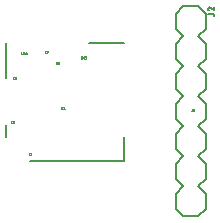
<source format=gbr>
G04 EAGLE Gerber X2 export*
%TF.Part,Single*%
%TF.FileFunction,Legend,Top,1*%
%TF.FilePolarity,Positive*%
%TF.GenerationSoftware,Autodesk,EAGLE,8.7.1*%
%TF.CreationDate,2018-04-18T04:28:24Z*%
G75*
%MOMM*%
%FSLAX34Y34*%
%LPD*%
%AMOC8*
5,1,8,0,0,1.08239X$1,22.5*%
G01*
%ADD10C,0.152400*%
%ADD11C,0.025400*%
%ADD12C,0.203200*%
%ADD13C,0.127000*%


D10*
X100000Y0D02*
X20000Y0D01*
X0Y70000D02*
X0Y100000D01*
X0Y30000D02*
X0Y20000D01*
X100000Y20000D02*
X100000Y0D01*
X100000Y100000D02*
X70000Y100000D01*
D11*
X19732Y4768D02*
X19344Y4768D01*
X19306Y4770D01*
X19268Y4775D01*
X19231Y4785D01*
X19196Y4798D01*
X19161Y4814D01*
X19128Y4833D01*
X19098Y4856D01*
X19070Y4882D01*
X19044Y4910D01*
X19021Y4940D01*
X19002Y4973D01*
X18986Y5008D01*
X18973Y5043D01*
X18963Y5080D01*
X18958Y5118D01*
X18956Y5156D01*
X18956Y6126D01*
X18958Y6164D01*
X18963Y6202D01*
X18973Y6239D01*
X18986Y6274D01*
X19002Y6309D01*
X19021Y6342D01*
X19044Y6372D01*
X19070Y6400D01*
X19098Y6426D01*
X19128Y6449D01*
X19161Y6468D01*
X19196Y6484D01*
X19231Y6497D01*
X19268Y6507D01*
X19306Y6512D01*
X19344Y6514D01*
X19732Y6514D01*
X20996Y6515D02*
X21036Y6513D01*
X21076Y6508D01*
X21116Y6498D01*
X21154Y6485D01*
X21191Y6469D01*
X21226Y6450D01*
X21259Y6427D01*
X21290Y6401D01*
X21319Y6372D01*
X21345Y6341D01*
X21368Y6308D01*
X21387Y6273D01*
X21403Y6236D01*
X21416Y6198D01*
X21426Y6158D01*
X21431Y6118D01*
X21433Y6078D01*
X20996Y6515D02*
X20952Y6513D01*
X20908Y6508D01*
X20865Y6499D01*
X20823Y6488D01*
X20781Y6472D01*
X20741Y6454D01*
X20703Y6432D01*
X20666Y6408D01*
X20631Y6380D01*
X20599Y6350D01*
X20569Y6318D01*
X20542Y6283D01*
X20517Y6247D01*
X20496Y6208D01*
X20478Y6168D01*
X20462Y6127D01*
X21287Y5738D02*
X21317Y5769D01*
X21343Y5802D01*
X21366Y5837D01*
X21386Y5874D01*
X21403Y5913D01*
X21416Y5953D01*
X21425Y5994D01*
X21431Y6036D01*
X21433Y6078D01*
X21287Y5738D02*
X20463Y4768D01*
X21433Y4768D01*
X42283Y81893D02*
X42671Y81893D01*
X42283Y81893D02*
X42245Y81895D01*
X42207Y81900D01*
X42170Y81910D01*
X42135Y81923D01*
X42100Y81939D01*
X42067Y81958D01*
X42037Y81981D01*
X42009Y82007D01*
X41983Y82035D01*
X41960Y82065D01*
X41941Y82098D01*
X41925Y82133D01*
X41912Y82168D01*
X41902Y82205D01*
X41897Y82243D01*
X41895Y82281D01*
X41895Y83251D01*
X41897Y83289D01*
X41902Y83327D01*
X41912Y83364D01*
X41925Y83399D01*
X41941Y83434D01*
X41960Y83467D01*
X41983Y83497D01*
X42009Y83525D01*
X42037Y83551D01*
X42067Y83574D01*
X42100Y83593D01*
X42135Y83609D01*
X42170Y83622D01*
X42207Y83632D01*
X42245Y83637D01*
X42283Y83639D01*
X42671Y83639D01*
X43402Y81893D02*
X43984Y81893D01*
X44022Y81895D01*
X44060Y81900D01*
X44097Y81910D01*
X44132Y81923D01*
X44167Y81939D01*
X44200Y81958D01*
X44230Y81981D01*
X44258Y82007D01*
X44284Y82035D01*
X44307Y82065D01*
X44326Y82098D01*
X44342Y82133D01*
X44355Y82168D01*
X44365Y82205D01*
X44370Y82243D01*
X44372Y82281D01*
X44372Y82475D01*
X44370Y82513D01*
X44365Y82551D01*
X44355Y82588D01*
X44342Y82623D01*
X44326Y82658D01*
X44307Y82691D01*
X44284Y82721D01*
X44258Y82749D01*
X44230Y82775D01*
X44200Y82798D01*
X44167Y82817D01*
X44132Y82833D01*
X44097Y82846D01*
X44060Y82856D01*
X44022Y82861D01*
X43984Y82863D01*
X43402Y82863D01*
X43402Y83639D01*
X44372Y83639D01*
X6763Y68940D02*
X6375Y68940D01*
X6337Y68942D01*
X6299Y68947D01*
X6262Y68957D01*
X6227Y68970D01*
X6192Y68986D01*
X6159Y69005D01*
X6129Y69028D01*
X6101Y69054D01*
X6075Y69082D01*
X6052Y69112D01*
X6033Y69145D01*
X6017Y69180D01*
X6004Y69215D01*
X5994Y69252D01*
X5989Y69290D01*
X5987Y69328D01*
X5987Y70298D01*
X5989Y70336D01*
X5994Y70374D01*
X6004Y70411D01*
X6017Y70446D01*
X6033Y70481D01*
X6052Y70514D01*
X6075Y70544D01*
X6101Y70572D01*
X6129Y70598D01*
X6159Y70621D01*
X6192Y70640D01*
X6227Y70656D01*
X6262Y70669D01*
X6299Y70679D01*
X6337Y70684D01*
X6375Y70686D01*
X6763Y70686D01*
X7493Y69910D02*
X8075Y69910D01*
X8113Y69908D01*
X8151Y69903D01*
X8188Y69893D01*
X8223Y69880D01*
X8258Y69864D01*
X8291Y69845D01*
X8321Y69822D01*
X8349Y69796D01*
X8375Y69768D01*
X8398Y69738D01*
X8417Y69705D01*
X8433Y69670D01*
X8446Y69635D01*
X8456Y69598D01*
X8461Y69560D01*
X8463Y69522D01*
X8463Y69425D01*
X8461Y69383D01*
X8456Y69341D01*
X8446Y69299D01*
X8434Y69259D01*
X8418Y69220D01*
X8398Y69183D01*
X8375Y69147D01*
X8350Y69113D01*
X8321Y69082D01*
X8290Y69053D01*
X8256Y69028D01*
X8220Y69005D01*
X8183Y68985D01*
X8144Y68969D01*
X8104Y68957D01*
X8062Y68947D01*
X8020Y68942D01*
X7978Y68940D01*
X7936Y68942D01*
X7894Y68947D01*
X7852Y68957D01*
X7812Y68969D01*
X7773Y68985D01*
X7735Y69005D01*
X7700Y69028D01*
X7666Y69053D01*
X7635Y69082D01*
X7606Y69113D01*
X7581Y69147D01*
X7558Y69183D01*
X7538Y69220D01*
X7522Y69259D01*
X7510Y69299D01*
X7500Y69341D01*
X7495Y69383D01*
X7493Y69425D01*
X7493Y69910D01*
X7495Y69965D01*
X7501Y70020D01*
X7511Y70075D01*
X7524Y70129D01*
X7542Y70181D01*
X7563Y70232D01*
X7588Y70282D01*
X7616Y70330D01*
X7648Y70375D01*
X7683Y70418D01*
X7720Y70459D01*
X7761Y70496D01*
X7804Y70531D01*
X7849Y70563D01*
X7897Y70591D01*
X7947Y70616D01*
X7998Y70637D01*
X8050Y70655D01*
X8104Y70668D01*
X8159Y70678D01*
X8214Y70684D01*
X8269Y70686D01*
X33139Y91067D02*
X33527Y91067D01*
X33139Y91067D02*
X33101Y91069D01*
X33063Y91074D01*
X33026Y91084D01*
X32991Y91097D01*
X32956Y91113D01*
X32923Y91132D01*
X32893Y91155D01*
X32865Y91181D01*
X32839Y91209D01*
X32816Y91239D01*
X32797Y91272D01*
X32781Y91307D01*
X32768Y91342D01*
X32758Y91379D01*
X32753Y91417D01*
X32751Y91455D01*
X32751Y92425D01*
X32753Y92463D01*
X32758Y92501D01*
X32768Y92538D01*
X32781Y92573D01*
X32797Y92608D01*
X32816Y92641D01*
X32839Y92671D01*
X32865Y92699D01*
X32893Y92725D01*
X32923Y92748D01*
X32956Y92767D01*
X32991Y92783D01*
X33026Y92796D01*
X33063Y92806D01*
X33101Y92811D01*
X33139Y92813D01*
X33527Y92813D01*
X34258Y92813D02*
X34258Y92619D01*
X34258Y92813D02*
X35228Y92813D01*
X34743Y91067D01*
X4919Y31964D02*
X4531Y31964D01*
X4493Y31966D01*
X4455Y31971D01*
X4418Y31981D01*
X4383Y31994D01*
X4348Y32010D01*
X4315Y32029D01*
X4285Y32052D01*
X4257Y32078D01*
X4231Y32106D01*
X4208Y32136D01*
X4189Y32169D01*
X4173Y32204D01*
X4160Y32239D01*
X4150Y32276D01*
X4145Y32314D01*
X4143Y32352D01*
X4143Y33322D01*
X4145Y33360D01*
X4150Y33398D01*
X4160Y33435D01*
X4173Y33470D01*
X4189Y33505D01*
X4208Y33538D01*
X4231Y33568D01*
X4257Y33596D01*
X4285Y33622D01*
X4315Y33645D01*
X4348Y33664D01*
X4383Y33680D01*
X4418Y33693D01*
X4455Y33703D01*
X4493Y33708D01*
X4531Y33710D01*
X4919Y33710D01*
X5650Y32449D02*
X5652Y32491D01*
X5657Y32533D01*
X5667Y32575D01*
X5679Y32615D01*
X5695Y32654D01*
X5715Y32692D01*
X5738Y32727D01*
X5763Y32761D01*
X5792Y32792D01*
X5823Y32821D01*
X5857Y32846D01*
X5893Y32869D01*
X5930Y32889D01*
X5969Y32905D01*
X6009Y32917D01*
X6051Y32927D01*
X6093Y32932D01*
X6135Y32934D01*
X6177Y32932D01*
X6219Y32927D01*
X6261Y32917D01*
X6301Y32905D01*
X6340Y32889D01*
X6378Y32869D01*
X6413Y32846D01*
X6447Y32821D01*
X6478Y32792D01*
X6507Y32761D01*
X6532Y32727D01*
X6555Y32692D01*
X6575Y32654D01*
X6591Y32615D01*
X6603Y32575D01*
X6613Y32533D01*
X6618Y32491D01*
X6620Y32449D01*
X6618Y32407D01*
X6613Y32365D01*
X6603Y32323D01*
X6591Y32283D01*
X6575Y32244D01*
X6555Y32207D01*
X6532Y32171D01*
X6507Y32137D01*
X6478Y32106D01*
X6447Y32077D01*
X6413Y32052D01*
X6377Y32029D01*
X6340Y32009D01*
X6301Y31993D01*
X6261Y31981D01*
X6219Y31971D01*
X6177Y31966D01*
X6135Y31964D01*
X6093Y31966D01*
X6051Y31971D01*
X6009Y31981D01*
X5969Y31993D01*
X5930Y32009D01*
X5892Y32029D01*
X5857Y32052D01*
X5823Y32077D01*
X5792Y32106D01*
X5763Y32137D01*
X5738Y32171D01*
X5715Y32207D01*
X5695Y32244D01*
X5679Y32283D01*
X5667Y32323D01*
X5657Y32365D01*
X5652Y32407D01*
X5650Y32449D01*
X5747Y33322D02*
X5749Y33360D01*
X5754Y33398D01*
X5764Y33435D01*
X5777Y33470D01*
X5793Y33505D01*
X5812Y33538D01*
X5835Y33568D01*
X5861Y33596D01*
X5889Y33622D01*
X5919Y33645D01*
X5952Y33664D01*
X5987Y33680D01*
X6022Y33693D01*
X6059Y33703D01*
X6097Y33708D01*
X6135Y33710D01*
X6173Y33708D01*
X6211Y33703D01*
X6248Y33693D01*
X6283Y33680D01*
X6318Y33664D01*
X6351Y33645D01*
X6381Y33622D01*
X6409Y33596D01*
X6435Y33568D01*
X6458Y33538D01*
X6477Y33505D01*
X6493Y33470D01*
X6506Y33435D01*
X6516Y33398D01*
X6521Y33360D01*
X6523Y33322D01*
X6521Y33284D01*
X6516Y33246D01*
X6506Y33209D01*
X6493Y33174D01*
X6477Y33139D01*
X6458Y33106D01*
X6435Y33076D01*
X6409Y33048D01*
X6381Y33022D01*
X6351Y32999D01*
X6318Y32980D01*
X6283Y32964D01*
X6248Y32951D01*
X6211Y32941D01*
X6173Y32936D01*
X6135Y32934D01*
X6097Y32936D01*
X6059Y32941D01*
X6022Y32951D01*
X5987Y32964D01*
X5952Y32980D01*
X5919Y32999D01*
X5889Y33022D01*
X5861Y33048D01*
X5835Y33076D01*
X5812Y33106D01*
X5793Y33139D01*
X5777Y33174D01*
X5764Y33209D01*
X5754Y33246D01*
X5749Y33284D01*
X5747Y33322D01*
X157109Y42115D02*
X157109Y43473D01*
X157109Y42115D02*
X157107Y42077D01*
X157102Y42039D01*
X157092Y42002D01*
X157079Y41967D01*
X157063Y41932D01*
X157044Y41899D01*
X157021Y41869D01*
X156995Y41841D01*
X156967Y41815D01*
X156937Y41792D01*
X156904Y41773D01*
X156869Y41757D01*
X156834Y41744D01*
X156797Y41734D01*
X156759Y41729D01*
X156721Y41727D01*
X156527Y41727D01*
X158523Y43474D02*
X158563Y43472D01*
X158603Y43467D01*
X158643Y43457D01*
X158681Y43444D01*
X158718Y43428D01*
X158753Y43409D01*
X158786Y43386D01*
X158817Y43360D01*
X158846Y43331D01*
X158872Y43300D01*
X158895Y43267D01*
X158914Y43232D01*
X158930Y43195D01*
X158943Y43157D01*
X158953Y43117D01*
X158958Y43077D01*
X158960Y43037D01*
X158523Y43473D02*
X158479Y43471D01*
X158435Y43466D01*
X158392Y43457D01*
X158350Y43446D01*
X158308Y43430D01*
X158268Y43412D01*
X158230Y43390D01*
X158193Y43366D01*
X158158Y43338D01*
X158126Y43308D01*
X158096Y43276D01*
X158069Y43241D01*
X158044Y43205D01*
X158023Y43166D01*
X158005Y43126D01*
X157989Y43085D01*
X158814Y42697D02*
X158844Y42728D01*
X158870Y42761D01*
X158893Y42796D01*
X158913Y42833D01*
X158930Y42872D01*
X158943Y42912D01*
X158952Y42953D01*
X158958Y42995D01*
X158960Y43037D01*
X158814Y42697D02*
X157990Y41727D01*
X158960Y41727D01*
X63366Y86908D02*
X63366Y88169D01*
X63366Y86908D02*
X63368Y86866D01*
X63373Y86824D01*
X63383Y86782D01*
X63395Y86742D01*
X63411Y86703D01*
X63431Y86666D01*
X63454Y86630D01*
X63479Y86596D01*
X63508Y86565D01*
X63539Y86536D01*
X63573Y86511D01*
X63609Y86488D01*
X63646Y86468D01*
X63685Y86452D01*
X63725Y86440D01*
X63767Y86430D01*
X63809Y86425D01*
X63851Y86423D01*
X63893Y86425D01*
X63935Y86430D01*
X63977Y86440D01*
X64017Y86452D01*
X64056Y86468D01*
X64094Y86488D01*
X64129Y86511D01*
X64163Y86536D01*
X64194Y86565D01*
X64223Y86596D01*
X64248Y86630D01*
X64271Y86666D01*
X64291Y86703D01*
X64307Y86742D01*
X64319Y86782D01*
X64329Y86824D01*
X64334Y86866D01*
X64336Y86908D01*
X64336Y88169D01*
X65591Y88169D02*
X65591Y86423D01*
X65591Y87296D02*
X65348Y87441D01*
X65320Y87460D01*
X65295Y87482D01*
X65272Y87507D01*
X65253Y87534D01*
X65236Y87563D01*
X65223Y87594D01*
X65214Y87626D01*
X65209Y87659D01*
X65207Y87692D01*
X65209Y87725D01*
X65215Y87758D01*
X65225Y87790D01*
X65238Y87821D01*
X65255Y87850D01*
X65275Y87876D01*
X65298Y87901D01*
X65323Y87922D01*
X65351Y87941D01*
X65381Y87956D01*
X65412Y87967D01*
X65445Y87975D01*
X65495Y87983D01*
X65545Y87987D01*
X65595Y87988D01*
X65646Y87985D01*
X65696Y87980D01*
X65745Y87971D01*
X65794Y87958D01*
X65842Y87943D01*
X65889Y87924D01*
X65935Y87903D01*
X65979Y87878D01*
X65591Y87296D02*
X65833Y87150D01*
X65833Y87151D02*
X65861Y87132D01*
X65886Y87110D01*
X65909Y87085D01*
X65928Y87058D01*
X65945Y87029D01*
X65958Y86998D01*
X65967Y86966D01*
X65972Y86933D01*
X65974Y86900D01*
X65972Y86867D01*
X65966Y86834D01*
X65956Y86802D01*
X65943Y86771D01*
X65926Y86742D01*
X65906Y86716D01*
X65883Y86691D01*
X65858Y86670D01*
X65830Y86651D01*
X65800Y86636D01*
X65769Y86625D01*
X65736Y86617D01*
X65686Y86609D01*
X65636Y86605D01*
X65586Y86604D01*
X65535Y86607D01*
X65485Y86612D01*
X65436Y86621D01*
X65387Y86634D01*
X65339Y86649D01*
X65292Y86668D01*
X65246Y86689D01*
X65202Y86714D01*
X66786Y86423D02*
X67271Y86423D01*
X67313Y86425D01*
X67355Y86430D01*
X67397Y86440D01*
X67437Y86452D01*
X67476Y86468D01*
X67514Y86488D01*
X67549Y86511D01*
X67583Y86536D01*
X67614Y86565D01*
X67643Y86596D01*
X67668Y86630D01*
X67691Y86666D01*
X67711Y86703D01*
X67727Y86742D01*
X67739Y86782D01*
X67749Y86824D01*
X67754Y86866D01*
X67756Y86908D01*
X67754Y86950D01*
X67749Y86992D01*
X67739Y87034D01*
X67727Y87074D01*
X67711Y87113D01*
X67691Y87151D01*
X67668Y87186D01*
X67643Y87220D01*
X67614Y87251D01*
X67583Y87280D01*
X67549Y87305D01*
X67514Y87328D01*
X67476Y87348D01*
X67437Y87364D01*
X67397Y87376D01*
X67355Y87386D01*
X67313Y87391D01*
X67271Y87393D01*
X67368Y88169D02*
X66786Y88169D01*
X67368Y88169D02*
X67406Y88167D01*
X67444Y88162D01*
X67481Y88152D01*
X67516Y88139D01*
X67551Y88123D01*
X67584Y88104D01*
X67614Y88081D01*
X67642Y88055D01*
X67668Y88027D01*
X67691Y87997D01*
X67710Y87964D01*
X67726Y87929D01*
X67739Y87894D01*
X67749Y87857D01*
X67754Y87819D01*
X67756Y87781D01*
X67754Y87743D01*
X67749Y87705D01*
X67739Y87668D01*
X67726Y87633D01*
X67710Y87598D01*
X67691Y87565D01*
X67668Y87535D01*
X67642Y87507D01*
X67614Y87481D01*
X67584Y87458D01*
X67551Y87439D01*
X67516Y87423D01*
X67481Y87410D01*
X67444Y87400D01*
X67406Y87395D01*
X67368Y87393D01*
X66980Y87393D01*
X12984Y90403D02*
X12984Y91664D01*
X12984Y90403D02*
X12986Y90361D01*
X12991Y90319D01*
X13001Y90277D01*
X13013Y90237D01*
X13029Y90198D01*
X13049Y90161D01*
X13072Y90125D01*
X13097Y90091D01*
X13126Y90060D01*
X13157Y90031D01*
X13191Y90006D01*
X13227Y89983D01*
X13264Y89963D01*
X13303Y89947D01*
X13343Y89935D01*
X13385Y89925D01*
X13427Y89920D01*
X13469Y89918D01*
X13511Y89920D01*
X13553Y89925D01*
X13595Y89935D01*
X13635Y89947D01*
X13674Y89963D01*
X13711Y89983D01*
X13747Y90006D01*
X13781Y90031D01*
X13812Y90060D01*
X13841Y90091D01*
X13866Y90125D01*
X13889Y90161D01*
X13909Y90198D01*
X13925Y90237D01*
X13937Y90277D01*
X13947Y90319D01*
X13952Y90361D01*
X13954Y90403D01*
X13954Y91664D01*
X15209Y91664D02*
X15209Y89918D01*
X15209Y90791D02*
X14966Y90937D01*
X14966Y90936D02*
X14938Y90955D01*
X14913Y90977D01*
X14890Y91002D01*
X14871Y91029D01*
X14854Y91058D01*
X14841Y91089D01*
X14832Y91121D01*
X14827Y91154D01*
X14825Y91187D01*
X14827Y91220D01*
X14833Y91253D01*
X14843Y91285D01*
X14856Y91316D01*
X14873Y91345D01*
X14893Y91371D01*
X14916Y91396D01*
X14941Y91417D01*
X14969Y91436D01*
X14999Y91451D01*
X15030Y91462D01*
X15063Y91470D01*
X15113Y91478D01*
X15163Y91482D01*
X15213Y91483D01*
X15264Y91480D01*
X15314Y91475D01*
X15363Y91466D01*
X15412Y91453D01*
X15460Y91438D01*
X15507Y91419D01*
X15553Y91398D01*
X15597Y91373D01*
X15209Y90791D02*
X15451Y90646D01*
X15479Y90627D01*
X15504Y90605D01*
X15527Y90580D01*
X15546Y90553D01*
X15563Y90524D01*
X15576Y90493D01*
X15585Y90461D01*
X15590Y90428D01*
X15592Y90395D01*
X15590Y90362D01*
X15584Y90329D01*
X15574Y90297D01*
X15561Y90266D01*
X15544Y90237D01*
X15524Y90211D01*
X15501Y90186D01*
X15476Y90165D01*
X15448Y90146D01*
X15418Y90131D01*
X15387Y90120D01*
X15354Y90112D01*
X15304Y90104D01*
X15254Y90100D01*
X15204Y90099D01*
X15153Y90102D01*
X15103Y90107D01*
X15054Y90116D01*
X15005Y90129D01*
X14957Y90144D01*
X14910Y90163D01*
X14864Y90184D01*
X14820Y90209D01*
X16404Y90888D02*
X16986Y90888D01*
X17024Y90886D01*
X17062Y90881D01*
X17099Y90871D01*
X17134Y90858D01*
X17169Y90842D01*
X17202Y90823D01*
X17232Y90800D01*
X17260Y90774D01*
X17286Y90746D01*
X17309Y90716D01*
X17328Y90683D01*
X17344Y90648D01*
X17357Y90613D01*
X17367Y90576D01*
X17372Y90538D01*
X17374Y90500D01*
X17374Y90403D01*
X17372Y90361D01*
X17367Y90319D01*
X17357Y90277D01*
X17345Y90237D01*
X17329Y90198D01*
X17309Y90161D01*
X17286Y90125D01*
X17261Y90091D01*
X17232Y90060D01*
X17201Y90031D01*
X17167Y90006D01*
X17132Y89983D01*
X17094Y89963D01*
X17055Y89947D01*
X17015Y89935D01*
X16973Y89925D01*
X16931Y89920D01*
X16889Y89918D01*
X16847Y89920D01*
X16805Y89925D01*
X16763Y89935D01*
X16723Y89947D01*
X16684Y89963D01*
X16647Y89983D01*
X16611Y90006D01*
X16577Y90031D01*
X16546Y90060D01*
X16517Y90091D01*
X16492Y90125D01*
X16469Y90161D01*
X16449Y90198D01*
X16433Y90237D01*
X16421Y90277D01*
X16411Y90319D01*
X16406Y90361D01*
X16404Y90403D01*
X16404Y90888D01*
X16406Y90943D01*
X16412Y90998D01*
X16422Y91053D01*
X16435Y91107D01*
X16453Y91159D01*
X16474Y91210D01*
X16499Y91260D01*
X16527Y91308D01*
X16559Y91353D01*
X16594Y91396D01*
X16631Y91437D01*
X16672Y91474D01*
X16715Y91509D01*
X16760Y91541D01*
X16808Y91569D01*
X16858Y91594D01*
X16909Y91615D01*
X16961Y91633D01*
X17015Y91646D01*
X17070Y91656D01*
X17125Y91662D01*
X17180Y91664D01*
X46589Y45373D02*
X46589Y44112D01*
X46591Y44070D01*
X46596Y44028D01*
X46606Y43986D01*
X46618Y43946D01*
X46634Y43907D01*
X46654Y43870D01*
X46677Y43834D01*
X46702Y43800D01*
X46731Y43769D01*
X46762Y43740D01*
X46796Y43715D01*
X46832Y43692D01*
X46869Y43672D01*
X46908Y43656D01*
X46948Y43644D01*
X46990Y43634D01*
X47032Y43629D01*
X47074Y43627D01*
X47116Y43629D01*
X47158Y43634D01*
X47200Y43644D01*
X47240Y43656D01*
X47279Y43672D01*
X47317Y43692D01*
X47352Y43715D01*
X47386Y43740D01*
X47417Y43769D01*
X47446Y43800D01*
X47471Y43834D01*
X47494Y43870D01*
X47514Y43907D01*
X47530Y43946D01*
X47542Y43986D01*
X47552Y44028D01*
X47557Y44070D01*
X47559Y44112D01*
X47559Y45373D01*
X48449Y44985D02*
X48934Y45373D01*
X48934Y43627D01*
X48449Y43627D02*
X49419Y43627D01*
D12*
X169100Y-28250D02*
X169100Y-40950D01*
X162750Y-47300D01*
X150050Y-47300D02*
X143700Y-40950D01*
X169100Y-2850D02*
X162750Y3500D01*
X169100Y-2850D02*
X169100Y-15550D01*
X162750Y-21900D01*
X150050Y-21900D02*
X143700Y-15550D01*
X143700Y-2850D01*
X150050Y3500D01*
X162750Y-21900D02*
X169100Y-28250D01*
X150050Y-21900D02*
X143700Y-28250D01*
X143700Y-40950D01*
X169100Y35250D02*
X169100Y47950D01*
X169100Y35250D02*
X162750Y28900D01*
X150050Y28900D02*
X143700Y35250D01*
X162750Y28900D02*
X169100Y22550D01*
X169100Y9850D01*
X162750Y3500D01*
X150050Y3500D02*
X143700Y9850D01*
X143700Y22550D01*
X150050Y28900D01*
X169100Y73350D02*
X162750Y79700D01*
X169100Y73350D02*
X169100Y60650D01*
X162750Y54300D01*
X150050Y54300D02*
X143700Y60650D01*
X143700Y73350D01*
X150050Y79700D01*
X162750Y54300D02*
X169100Y47950D01*
X150050Y54300D02*
X143700Y47950D01*
X143700Y35250D01*
X169100Y111450D02*
X169100Y124150D01*
X169100Y111450D02*
X162750Y105100D01*
X150050Y105100D02*
X143700Y111450D01*
X162750Y105100D02*
X169100Y98750D01*
X169100Y86050D01*
X162750Y79700D01*
X150050Y79700D02*
X143700Y86050D01*
X143700Y98750D01*
X150050Y105100D01*
X150050Y130500D02*
X162750Y130500D01*
X169100Y124150D01*
X150050Y130500D02*
X143700Y124150D01*
X143700Y111450D01*
X150050Y-47300D02*
X162750Y-47300D01*
D13*
X171005Y124236D02*
X174759Y124236D01*
X174824Y124234D01*
X174888Y124228D01*
X174952Y124218D01*
X175016Y124205D01*
X175078Y124187D01*
X175139Y124166D01*
X175199Y124142D01*
X175257Y124113D01*
X175314Y124081D01*
X175368Y124046D01*
X175420Y124008D01*
X175470Y123966D01*
X175517Y123922D01*
X175561Y123875D01*
X175603Y123825D01*
X175641Y123773D01*
X175676Y123719D01*
X175708Y123662D01*
X175737Y123604D01*
X175761Y123544D01*
X175782Y123483D01*
X175800Y123421D01*
X175813Y123357D01*
X175823Y123293D01*
X175829Y123229D01*
X175831Y123164D01*
X175831Y122627D01*
X171005Y128658D02*
X171007Y128726D01*
X171013Y128793D01*
X171022Y128860D01*
X171035Y128927D01*
X171052Y128992D01*
X171073Y129057D01*
X171097Y129120D01*
X171125Y129182D01*
X171156Y129242D01*
X171190Y129300D01*
X171228Y129356D01*
X171268Y129411D01*
X171312Y129462D01*
X171359Y129511D01*
X171408Y129558D01*
X171459Y129602D01*
X171514Y129642D01*
X171570Y129680D01*
X171628Y129714D01*
X171688Y129745D01*
X171750Y129773D01*
X171813Y129797D01*
X171878Y129818D01*
X171943Y129835D01*
X172010Y129848D01*
X172077Y129857D01*
X172144Y129863D01*
X172212Y129865D01*
X171005Y128658D02*
X171007Y128580D01*
X171013Y128502D01*
X171023Y128425D01*
X171036Y128348D01*
X171054Y128272D01*
X171075Y128197D01*
X171100Y128123D01*
X171129Y128051D01*
X171161Y127980D01*
X171197Y127911D01*
X171236Y127843D01*
X171279Y127778D01*
X171325Y127715D01*
X171374Y127654D01*
X171426Y127596D01*
X171481Y127541D01*
X171538Y127488D01*
X171598Y127439D01*
X171661Y127392D01*
X171726Y127349D01*
X171792Y127309D01*
X171861Y127272D01*
X171932Y127239D01*
X172004Y127209D01*
X172078Y127183D01*
X173150Y129463D02*
X173101Y129512D01*
X173049Y129559D01*
X172994Y129602D01*
X172937Y129643D01*
X172878Y129681D01*
X172817Y129715D01*
X172754Y129746D01*
X172690Y129774D01*
X172624Y129798D01*
X172558Y129818D01*
X172490Y129835D01*
X172421Y129848D01*
X172352Y129857D01*
X172282Y129863D01*
X172212Y129865D01*
X173150Y129463D02*
X175831Y127184D01*
X175831Y129865D01*
M02*

</source>
